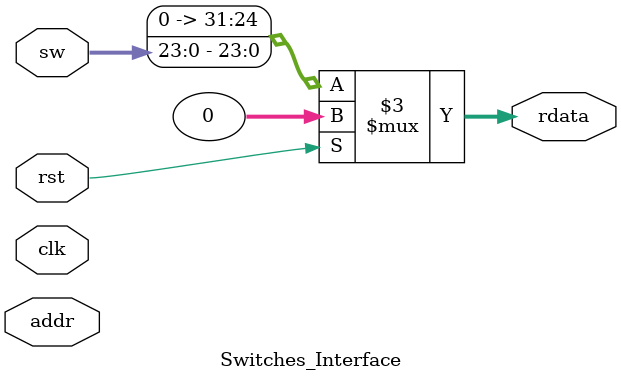
<source format=v>
`timescale 1ns / 1ps


module Switches_Interface(
    input  wire         rst,
    input  wire         clk,
    input  wire [31:0]  addr,
    input  wire [23:0]  sw,
    output  reg [31:0]  rdata
    );
    
    always @(*) begin
        if(rst) begin
            rdata = 32'b0; 
        end
        else begin
            rdata = {8'b0,sw};
        end
    end
endmodule

</source>
